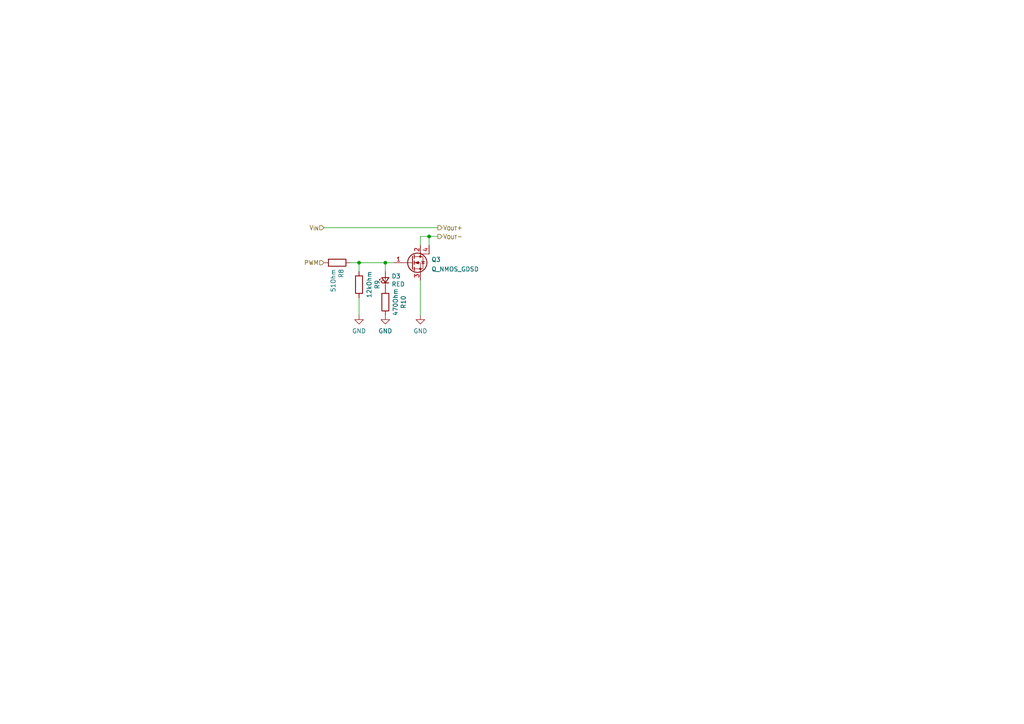
<source format=kicad_sch>
(kicad_sch (version 20211123) (generator eeschema)
  (paper "A4")
  (lib_symbols
    (symbol "Device:LED_Small" (pin_numbers hide) (pin_names (offset 0.254) hide)
      (property "Reference" "D" (at -1.27 3.175 0))
      (property "Value" "LED_Small" (at -4.445 -2.54 0))
      (symbol "LED_Small_0_1"
        (polyline (pts (xy -0.762 -1.016) (xy -0.762 1.016)) (stroke (width 0.254)))
        (polyline (pts (xy 1.016 0) (xy -0.762 0)))
        (polyline (pts (xy 0.762 -1.016) (xy -0.762 0) (xy 0.762 1.016) (xy 0.762 -1.016)) (stroke (width 0.254)))
        (polyline (pts (xy 0 0.762) (xy -0.508 1.27) (xy -0.254 1.27) (xy -0.508 1.27) (xy -0.508 1.016)))
        (polyline (pts (xy 0.508 1.27) (xy 0 1.778) (xy 0.254 1.778) (xy 0 1.778) (xy 0 1.524)))
      )
      (symbol "LED_Small_1_1"
        (pin passive line (at -2.54 0 0) (length 1.778) (name "K") (number "1"))
        (pin passive line (at 2.54 0 180) (length 1.778) (name "A") (number "2"))
      )
    )
    (symbol "Device:Q_NMOS_GDSD" (pin_names (offset 0) hide)
      (property "Reference" "Q" (at 5.08 1.27 0))
      (property "Value" "Q_NMOS_GDSD" (at 5.08 -1.27 0))
      (symbol "Q_NMOS_GDSD_0_1"
        (polyline (pts (xy 0.254 0) (xy -2.54 0)))
        (polyline (pts (xy 0.254 1.905) (xy 0.254 -1.905)) (stroke (width 0.254)))
        (polyline (pts (xy 0.762 -1.27) (xy 0.762 -2.286)) (stroke (width 0.254)))
        (polyline (pts (xy 0.762 0.508) (xy 0.762 -0.508)) (stroke (width 0.254)))
        (polyline (pts (xy 0.762 2.286) (xy 0.762 1.27)) (stroke (width 0.254)))
        (polyline (pts (xy 2.54 -2.54) (xy 2.54 0) (xy 0.762 0)))
        (polyline (pts (xy 5.08 2.54) (xy 2.54 2.54) (xy 2.54 1.778)))
        (polyline (pts (xy 0.762 -1.778) (xy 3.302 -1.778) (xy 3.302 1.778) (xy 0.762 1.778)))
        (polyline (pts (xy 1.016 0) (xy 2.032 0.381) (xy 2.032 -0.381) (xy 1.016 0)) (fill (type outline)))
        (polyline (pts (xy 2.794 0.508) (xy 2.921 0.381) (xy 3.683 0.381) (xy 3.81 0.254)))
        (polyline (pts (xy 3.302 0.381) (xy 2.921 -0.254) (xy 3.683 -0.254) (xy 3.302 0.381)))
        (circle (center 1.651 0) (radius 2.794) (stroke (width 0.254)))
        (circle (center 2.54 -1.778) (radius 0.254) (fill (type outline)))
        (circle (center 2.54 1.778) (radius 0.254) (fill (type outline)))
      )
      (symbol "Q_NMOS_GDSD_1_1"
        (pin input line (at -5.08 0 0) (length 2.54) (name "G") (number "1"))
        (pin passive line (at 2.54 5.08 270) (length 2.54) (name "D") (number "2"))
        (pin passive line (at 2.54 -5.08 90) (length 2.54) (name "S") (number "3"))
        (pin passive line (at 5.08 5.08 270) (length 2.54) (name "D") (number "4"))
      )
    )
    (symbol "Device:R" (pin_numbers hide) (pin_names (offset 0))
      (property "Reference" "R" (at 2.032 0 90))
      (property "Value" "R" (at 0 0 90))
      (symbol "R_0_1"
        (rectangle (start -1.016 -2.54) (end 1.016 2.54) (stroke (width 0.254)))
      )
      (symbol "R_1_1"
        (pin passive line (at 0 3.81 270) (length 1.27) (name "~") (number "1"))
        (pin passive line (at 0 -3.81 90) (length 1.27) (name "~") (number "2"))
      )
    )
    (symbol "power:GND" (power) (pin_names (offset 0))
      (property "Value" "GND" (at 0 -3.81 0))
      (symbol "GND_0_1"
        (polyline (pts (xy 0 0) (xy 0 -1.27) (xy 1.27 -1.27) (xy 0 -2.54) (xy -1.27 -1.27) (xy 0 -1.27)))
      )
      (symbol "GND_1_1"
        (pin power_in line (at 0 0 270) (length 0) hide (name "GND") (number "1"))
      )
    )
  )
  (junction (at 104.14 76.2))
  (junction (at 111.76 76.2))
  (junction (at 124.46 68.58))
  (wire (pts (xy 121.92 71.12) (xy 121.92 68.58)))
  (wire (pts (xy 111.76 76.2) (xy 111.76 78.74)))
  (wire (pts (xy 124.46 68.58) (xy 127 68.58)))
  (wire (pts (xy 104.14 76.2) (xy 104.14 78.74)))
  (wire (pts (xy 121.92 68.58) (xy 124.46 68.58)))
  (wire (pts (xy 114.3 76.2) (xy 111.76 76.2)))
  (wire (pts (xy 121.92 81.28) (xy 121.92 91.44)))
  (wire (pts (xy 93.98 66.04) (xy 127 66.04)))
  (wire (pts (xy 104.14 76.2) (xy 111.76 76.2)))
  (wire (pts (xy 104.14 86.36) (xy 104.14 91.44)))
  (wire (pts (xy 101.6 76.2) (xy 104.14 76.2)))
  (wire (pts (xy 124.46 68.58) (xy 124.46 71.12)))
  (hierarchical_label "PWM" (shape input) (at 93.98 76.2 180))
  (hierarchical_label "V_{OUT}+" (shape output) (at 127 66.04 0))
  (hierarchical_label "V_{OUT}-" (shape output) (at 127 68.58 0))
  (hierarchical_label "V_{IN}" (shape input) (at 93.98 66.04 180))
  (symbol (lib_id "power:GND") (at 104.14 91.44 0)
    (property "Reference" "#PWR0122" (effects hide))
    (property "Value" "GND" (at 104.14 96.0025 0))
  )
  (symbol (lib_id "Device:R") (at 97.79 76.2 90)
    (property "Reference" "R8" (at 98.9584 77.978 0) (effects (justify right)))
    (property "Value" "51Ohm" (at 96.647 77.978 0) (effects (justify right)))
    (property "Footprint" "Resistor_SMD:R_0603_1608Metric" (effects hide))
    (property "LCSC" "C23197" (effects hide))
  )
  (symbol (lib_id "Device:R") (at 104.14 82.55 180)
    (property "Reference" "R9" (at 109.3978 82.55 90))
    (property "Value" "12kOhm" (at 107.0864 82.55 90))
    (property "Footprint" "Resistor_SMD:R_0603_1608Metric" (effects hide))
    (property "LCSC" "C22790" (effects hide))
  )
  (symbol (lib_id "power:GND") (at 111.76 91.44 0)
    (property "Reference" "#PWR0121" (effects hide))
    (property "Value" "GND" (at 111.76 96.0025 0))
  )
  (symbol (lib_id "Device:R") (at 111.76 87.63 180)
    (property "Reference" "R10" (at 117.0178 87.63 90))
    (property "Value" "470Ohm" (at 114.7064 87.63 90))
    (property "Footprint" "Resistor_SMD:R_0603_1608Metric" (effects hide))
    (property "LCSC" "C23179" (effects hide))
  )
  (symbol (lib_id "Device:Q_NMOS_GDSD") (at 119.38 76.2 0)
    (property "Reference" "Q3" (at 125.095 75.2915 0) (effects (justify left)))
    (property "Value" "Q_NMOS_GDSD" (at 125.095 78.0666 0) (effects (justify left)))
    (property "Footprint" "Package_TO_SOT_SMD:TO-252-3_TabPin4" (effects hide))
  )
  (symbol (lib_id "power:GND") (at 121.92 91.44 0)
    (property "Reference" "#PWR0123" (effects hide))
    (property "Value" "GND" (at 121.92 96.0025 0))
  )
  (symbol (lib_id "Device:LED_Small") (at 111.76 81.28 90)
    (property "Reference" "D3" (at 113.538 80.1116 90) (effects (justify right)))
    (property "Value" "RED" (at 113.538 82.423 90) (effects (justify right)))
    (property "Footprint" "LED_SMD:LED_0603_1608Metric" (effects hide))
    (property "LCSC" "C2286" (effects hide))
  )
)
</source>
